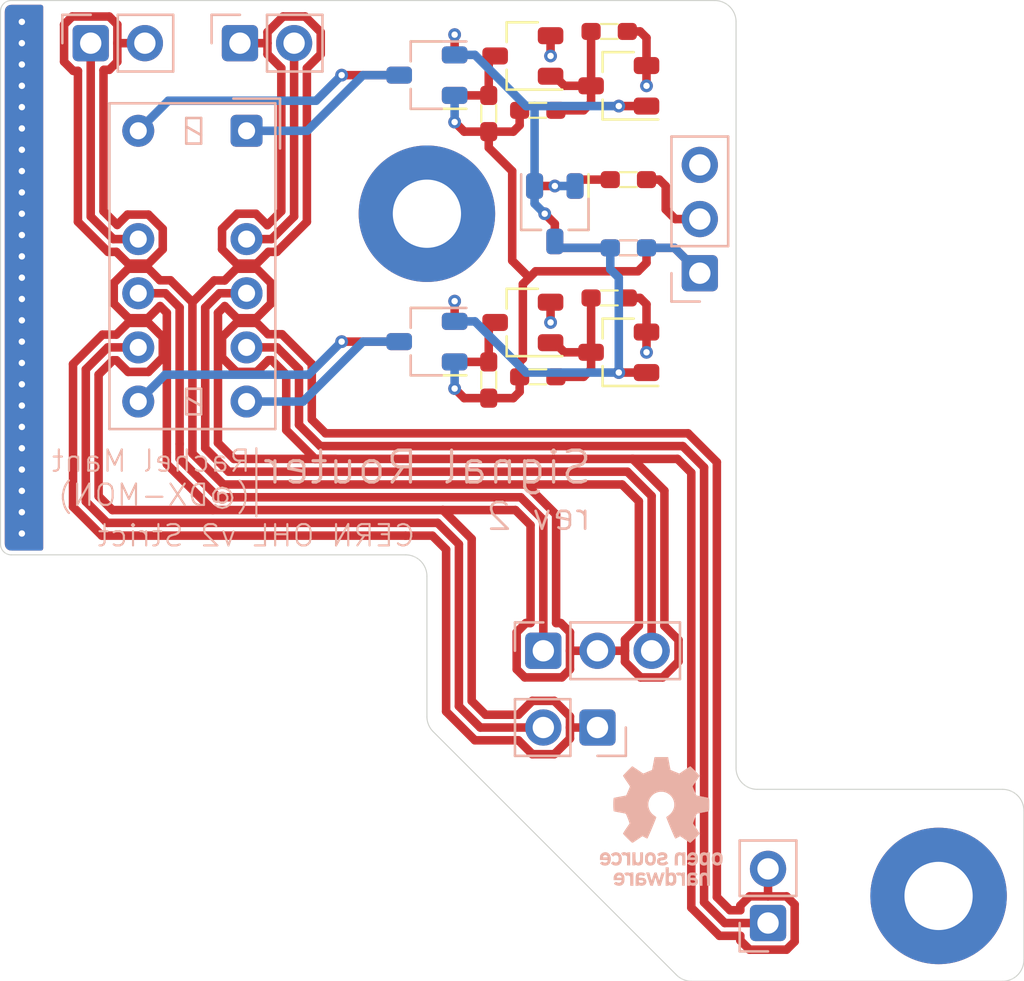
<source format=kicad_pcb>
(kicad_pcb (version 20221018) (generator pcbnew)
  (layers (0 "F.Cu" signal) (1 "In1.Cu" power) (2 "In2.Cu" signal) (31 "B.Cu" power) (34 "B.Paste" user) (35 "F.Paste" user) (36 "B.SilkS" user "B.Silkscreen") (37 "F.SilkS" user "F.Silkscreen") (38 "B.Mask" user) (39 "F.Mask" user) (44 "Edge.Cuts" user))
  (net 0 "")
  (net 1 "+12V")
  (net 2 "Net-(J1-Pad2)")
  (net 3 "Net-(K1-Pad12)")
  (net 4 "Net-(K1-Pad7)")
  (net 5 "Net-(K1-Pad6)")
  (net 6 "Net-(K1-Pad1)")
  (net 7 "/SET")
  (net 8 "Net-(C1-Pad1)")
  (net 9 "0V")
  (net 10 "Net-(Q3-Pad1)")
  (net 11 "/RESET")
  (net 12 "Net-(Q8-Pad1)")
  (net 13 "Net-(C2-Pad1)")
  (net 16 "Net-(Q2-Pad3)")
  (net 17 "GND")
  (net 18 "/EXT_R")
  (net 19 "/EXT_L")
  (net 20 "/INT_L")
  (net 21 "/PRE_R")
  (net 22 "/PRE_L")
  (net 23 "/INT_R")
  (footprint "rhais_package-smd:SOT-23" (layer "F.Cu") (at 126 102 -90)
    (fp_text reference "Q3")
    (fp_text value "DMN65D8L" hide)
    (pad "1" smd roundrect (at -1.3 -0.95 180) (size 0.8 1.2) (layers "F.Cu" "F.Paste" "F.Mask") (net 10 "Net-(Q3-Pad1)"))
    (pad "2" smd roundrect (at -1.3 0.95 180) (size 0.8 1.2) (layers "F.Cu" "F.Paste" "F.Mask") (net 9 "0V"))
    (pad "3" smd roundrect (at 1.3 0 180) (size 0.8 1.2) (layers "F.Cu" "F.Paste" "F.Mask") (net 7 "/SET"))
  )
  (footprint "MountingHole:MountingHole_3.2mm_M3_Pad" (layer "F.Cu") (at 144 134)
    (fp_text reference "H1" hide)
    (fp_text value "MountingHole_Pad" hide)
    (pad "1" thru_hole circle (at 0 0) (size 6.4 6.4) (drill 3.2) (layers "*.Cu" "*.Mask"))
  )
  (footprint "rhais_rcl:C0603" (layer "F.Cu") (at 128.55 105.95)
    (fp_text reference "C2")
    (fp_text value "500n" hide)
    (pad "1" smd roundrect (at -0.85 0) (size 0.9 0.8) (layers "F.Cu" "F.Paste" "F.Mask") (net 13 "Net-(C2-Pad1)"))
    (pad "2" smd roundrect (at 0.85 0) (size 0.9 0.8) (layers "F.Cu" "F.Paste" "F.Mask") (net 9 "0V"))
  )
  (footprint "rhais_package-smd:SOT-23" (layer "F.Cu") (at 129 108.5 180)
    (fp_text reference "Q10")
    (fp_text value "DMN65D8L" hide)
    (pad "1" smd roundrect (at -1.3 -0.95 90) (size 0.8 1.2) (layers "F.Cu" "F.Paste" "F.Mask") (net 11 "/RESET"))
    (pad "2" smd roundrect (at -1.3 0.95 90) (size 0.8 1.2) (layers "F.Cu" "F.Paste" "F.Mask") (net 9 "0V"))
    (pad "3" smd roundrect (at 1.3 0 90) (size 0.8 1.2) (layers "F.Cu" "F.Paste" "F.Mask") (net 13 "Net-(C2-Pad1)"))
  )
  (footprint "rhais_package-smd:SOT-23" (layer "F.Cu") (at 124.5 94.6 180)
    (fp_text reference "Q2")
    (fp_text value "DMN65D8L" hide)
    (pad "1" smd roundrect (at -1.3 -0.95 90) (size 0.8 1.2) (layers "F.Cu" "F.Paste" "F.Mask") (net 8 "Net-(C1-Pad1)"))
    (pad "2" smd roundrect (at -1.3 0.95 90) (size 0.8 1.2) (layers "F.Cu" "F.Paste" "F.Mask") (net 9 "0V"))
    (pad "3" smd roundrect (at 1.3 0 90) (size 0.8 1.2) (layers "F.Cu" "F.Paste" "F.Mask") (net 16 "Net-(Q2-Pad3)"))
  )
  (footprint "rhais_rcl:R0603" (layer "F.Cu") (at 129.45 100.4 180)
    (fp_text reference "R3")
    (fp_text value "10k" hide)
    (pad "1" smd roundrect (at -0.85 0 180) (size 0.9 0.8) (layers "F.Cu" "F.Paste" "F.Mask") (net 2 "Net-(J1-Pad2)"))
    (pad "2" smd roundrect (at 0.85 0 180) (size 0.9 0.8) (layers "F.Cu" "F.Paste" "F.Mask") (net 10 "Net-(Q3-Pad1)"))
  )
  (footprint "rhais_package-smd:SOT-23" (layer "F.Cu") (at 124.5 107.1 180)
    (fp_text reference "Q9")
    (fp_text value "DMN65D8L" hide)
    (pad "1" smd roundrect (at -1.3 -0.95 90) (size 0.8 1.2) (layers "F.Cu" "F.Paste" "F.Mask") (net 13 "Net-(C2-Pad1)"))
    (pad "2" smd roundrect (at -1.3 0.95 90) (size 0.8 1.2) (layers "F.Cu" "F.Paste" "F.Mask") (net 9 "0V"))
    (pad "3" smd roundrect (at 1.3 0 90) (size 0.8 1.2) (layers "F.Cu" "F.Paste" "F.Mask") (net 12 "Net-(Q8-Pad1)"))
  )
  (footprint "rhais_package-smd:SOT-23" (layer "F.Cu") (at 120 95.5 180)
    (fp_text reference "Q5")
    (fp_text value "DMN65D8L" hide)
    (pad "1" smd roundrect (at -1.3 -0.95 90) (size 0.8 1.2) (layers "F.Cu" "F.Paste" "F.Mask") (net 16 "Net-(Q2-Pad3)"))
    (pad "2" smd roundrect (at -1.3 0.95 90) (size 0.8 1.2) (layers "F.Cu" "F.Paste" "F.Mask") (net 9 "0V"))
    (pad "3" smd roundrect (at 1.3 0 90) (size 0.8 1.2) (layers "F.Cu" "F.Paste" "F.Mask") (net 3 "Net-(K1-Pad12)"))
  )
  (footprint "rhais_package-smd:SOT-23" (layer "F.Cu") (at 120 108 180)
    (fp_text reference "Q8")
    (fp_text value "DMN65D8L" hide)
    (pad "1" smd roundrect (at -1.3 -0.95 90) (size 0.8 1.2) (layers "F.Cu" "F.Paste" "F.Mask") (net 12 "Net-(Q8-Pad1)"))
    (pad "2" smd roundrect (at -1.3 0.95 90) (size 0.8 1.2) (layers "F.Cu" "F.Paste" "F.Mask") (net 9 "0V"))
    (pad "3" smd roundrect (at 1.3 0 90) (size 0.8 1.2) (layers "F.Cu" "F.Paste" "F.Mask") (net 4 "Net-(K1-Pad7)"))
  )
  (footprint "rhais_rcl:R0603" (layer "F.Cu") (at 129.45 103.6 180)
    (fp_text reference "R4")
    (fp_text value "120k" hide)
    (pad "1" smd roundrect (at -0.85 0 180) (size 0.9 0.8) (layers "F.Cu" "F.Paste" "F.Mask") (net 1 "+12V"))
    (pad "2" smd roundrect (at 0.85 0 180) (size 0.9 0.8) (layers "F.Cu" "F.Paste" "F.Mask") (net 7 "/SET"))
  )
  (footprint "rhais_rcl:R0603" (layer "F.Cu") (at 125.2 109.65)
    (fp_text reference "R7")
    (fp_text value "80k" hide)
    (pad "1" smd roundrect (at -0.85 0) (size 0.9 0.8) (layers "F.Cu" "F.Paste" "F.Mask") (net 1 "+12V"))
    (pad "2" smd roundrect (at 0.85 0) (size 0.9 0.8) (layers "F.Cu" "F.Paste" "F.Mask") (net 13 "Net-(C2-Pad1)"))
  )
  (footprint "rhais_rcl:C0603" (layer "F.Cu") (at 128.55 93.45)
    (fp_text reference "C1")
    (fp_text value "500n" hide)
    (pad "1" smd roundrect (at -0.85 0) (size 0.9 0.8) (layers "F.Cu" "F.Paste" "F.Mask") (net 8 "Net-(C1-Pad1)"))
    (pad "2" smd roundrect (at 0.85 0) (size 0.9 0.8) (layers "F.Cu" "F.Paste" "F.Mask") (net 9 "0V"))
  )
  (footprint "MountingHole:MountingHole_3.2mm_M3_Pad" (layer "F.Cu") (at 120 102)
    (fp_text reference "H2" hide)
    (fp_text value "MountingHole_Pad" hide)
    (pad "1" thru_hole circle (at 0 0) (size 6.4 6.4) (drill 3.2) (layers "*.Cu" "*.Mask"))
  )
  (footprint "rhais_rcl:R0603" (layer "F.Cu") (at 122.9 109.8 90)
    (fp_text reference "R6")
    (fp_text value "120k" hide)
    (pad "1" smd roundrect (at -0.85 0 90) (size 0.9 0.8) (layers "F.Cu" "F.Paste" "F.Mask") (net 1 "+12V"))
    (pad "2" smd roundrect (at 0.85 0 90) (size 0.9 0.8) (layers "F.Cu" "F.Paste" "F.Mask") (net 12 "Net-(Q8-Pad1)"))
  )
  (footprint "rhais_rcl:R0603" (layer "F.Cu") (at 125.2 97.15)
    (fp_text reference "R1")
    (fp_text value "80k" hide)
    (pad "1" smd roundrect (at -0.85 0) (size 0.9 0.8) (layers "F.Cu" "F.Paste" "F.Mask") (net 1 "+12V"))
    (pad "2" smd roundrect (at 0.85 0) (size 0.9 0.8) (layers "F.Cu" "F.Paste" "F.Mask") (net 8 "Net-(C1-Pad1)"))
  )
  (footprint "rhais_package-smd:SOT-23" (layer "F.Cu") (at 129 96 180)
    (fp_text reference "Q1")
    (fp_text value "DMN65D8L" hide)
    (pad "1" smd roundrect (at -1.3 -0.95 90) (size 0.8 1.2) (layers "F.Cu" "F.Paste" "F.Mask") (net 7 "/SET"))
    (pad "2" smd roundrect (at -1.3 0.95 90) (size 0.8 1.2) (layers "F.Cu" "F.Paste" "F.Mask") (net 9 "0V"))
    (pad "3" smd roundrect (at 1.3 0 90) (size 0.8 1.2) (layers "F.Cu" "F.Paste" "F.Mask") (net 8 "Net-(C1-Pad1)"))
  )
  (footprint "rhais_rcl:R0603" (layer "F.Cu") (at 122.9 97.3 90)
    (fp_text reference "R2")
    (fp_text value "120k" hide)
    (pad "1" smd roundrect (at -0.85 0 90) (size 0.9 0.8) (layers "F.Cu" "F.Paste" "F.Mask") (net 1 "+12V"))
    (pad "2" smd roundrect (at 0.85 0 90) (size 0.9 0.8) (layers "F.Cu" "F.Paste" "F.Mask") (net 16 "Net-(Q2-Pad3)"))
  )
  (footprint "rhais_connector-pinheader:PinHeader_1x02_P2.54mm_Vertical" (layer "B.Cu") (at 105.5 94 -90)
    (fp_text reference "J4")
    (fp_text value "INT_R" hide)
    (pad "1" thru_hole roundrect (at 0 1.27 270) (size 1.7 1.7) (drill 1) (layers "*.Cu" "*.Mask") (roundrect_rratio 0.1470588235) (net 23 "/INT_R"))
    (pad "2" thru_hole oval (at 0 -1.27 270) (size 1.7 1.7) (drill 1) (layers "*.Cu" "*.Mask") (net 17 "GND"))
  )
  (footprint "rhais_relay:Relay_DPDT_Kemet_EC2_DoubleCoil" (layer "B.Cu") (at 109 104.46 180)
    (fp_text reference "K1")
    (fp_text value "EC2-12TNU" hide)
    (pad "1" thru_hole roundrect (at -2.54 6.35 180) (size 1.5 1.5) (drill 0.8) (layers "*.Cu" "*.Mask") (roundrect_rratio 0.167) (net 6 "Net-(K1-Pad1)"))
    (pad "3" thru_hole circle (at -2.54 1.27 180) (size 1.5 1.5) (drill 0.8) (layers "*.Cu" "*.Mask") (net 20 "/INT_L"))
    (pad "4" thru_hole circle (at -2.54 -1.27 180) (size 1.5 1.5) (drill 0.8) (layers "*.Cu" "*.Mask") (net 22 "/PRE_L"))
    (pad "5" thru_hole circle (at -2.54 -3.81 180) (size 1.5 1.5) (drill 0.8) (layers "*.Cu" "*.Mask") (net 19 "/EXT_L"))
    (pad "6" thru_hole circle (at -2.54 -6.35 180) (size 1.5 1.5) (drill 0.8) (layers "*.Cu" "*.Mask") (net 5 "Net-(K1-Pad6)"))
    (pad "7" thru_hole circle (at 2.54 -6.35 180) (size 1.5 1.5) (drill 0.8) (layers "*.Cu" "*.Mask") (net 4 "Net-(K1-Pad7)"))
    (pad "8" thru_hole circle (at 2.54 -3.81 180) (size 1.5 1.5) (drill 0.8) (layers "*.Cu" "*.Mask") (net 18 "/EXT_R"))
    (pad "9" thru_hole circle (at 2.54 -1.27 180) (size 1.5 1.5) (drill 0.8) (layers "*.Cu" "*.Mask") (net 21 "/PRE_R"))
    (pad "10" thru_hole circle (at 2.54 1.27 180) (size 1.5 1.5) (drill 0.8) (layers "*.Cu" "*.Mask") (net 23 "/INT_R"))
    (pad "12" thru_hole circle (at 2.54 6.35 180) (size 1.5 1.5) (drill 0.8) (layers "*.Cu" "*.Mask") (net 3 "Net-(K1-Pad12)"))
  )
  (footprint "rhais_rcl:R0603" (layer "B.Cu") (at 129.45 103.6 180)
    (fp_text reference "R5")
    (fp_text value "120k" hide)
    (pad "1" smd roundrect (at -0.85 0 180) (size 0.9 0.8) (layers "B.Cu" "B.Paste" "B.Mask") (net 1 "+12V"))
    (pad "2" smd roundrect (at 0.85 0 180) (size 0.9 0.8) (layers "B.Cu" "B.Paste" "B.Mask") (net 11 "/RESET"))
  )
  (footprint "rhais_connector-pinheader:PinHeader_1x02_P2.54mm_Vertical" (layer "B.Cu") (at 136 134)
    (fp_text reference "J3")
    (fp_text value "EXT_L" hide)
    (pad "1" thru_hole roundrect (at 0 1.27) (size 1.7 1.7) (drill 1) (layers "*.Cu" "*.Mask") (roundrect_rratio 0.1470588235) (net 19 "/EXT_L"))
    (pad "2" thru_hole oval (at 0 -1.27) (size 1.7 1.7) (drill 1) (layers "*.Cu" "*.Mask") (net 17 "GND"))
  )
  (footprint "rhais_package-smd:SOT-23" (layer "B.Cu") (at 120 108 180)
    (fp_text reference "Q7")
    (fp_text value "DMP32D4S" hide)
    (pad "1" smd roundrect (at -1.3 0.95 270) (size 0.8 1.2) (layers "B.Cu" "B.Paste" "B.Mask") (net 11 "/RESET"))
    (pad "2" smd roundrect (at -1.3 -0.95 270) (size 0.8 1.2) (layers "B.Cu" "B.Paste" "B.Mask") (net 1 "+12V"))
    (pad "3" smd roundrect (at 1.3 0 270) (size 0.8 1.2) (layers "B.Cu" "B.Paste" "B.Mask") (net 5 "Net-(K1-Pad6)"))
  )
  (footprint "Symbol:OSHW-Logo_5.7x6mm_SilkScreen" (layer "B.Cu") (at 131 130.5 180)
    (fp_text reference "REF**" hide)
    (fp_text value "OSHW-Logo_5.7x6mm_SilkScreen" hide)
  )
  (footprint "rhais_connector-pinheader:PinHeader_1x03_P2.54mm_Vertical" (layer "B.Cu") (at 128 122.5 -90)
    (fp_text reference "J6")
    (fp_text value "Preamp" hide)
    (pad "1" thru_hole roundrect (at 0 2.54 270) (size 1.7 1.7) (drill 1) (layers "*.Cu" "*.Mask") (roundrect_rratio 0.1470588235) (net 21 "/PRE_R"))
    (pad "2" thru_hole oval (at 0 0 270) (size 1.7 1.7) (drill 1) (layers "*.Cu" "*.Mask") (net 17 "GND"))
    (pad "3" thru_hole oval (at 0 -2.54 270) (size 1.7 1.7) (drill 1) (layers "*.Cu" "*.Mask") (net 22 "/PRE_L"))
  )
  (footprint "rhais_connector-pinheader:PinHeader_1x02_P2.54mm_Vertical" (layer "B.Cu") (at 112.5 94 -90)
    (fp_text reference "J5")
    (fp_text value "INT_L" hide)
    (pad "1" thru_hole roundrect (at 0 1.27 270) (size 1.7 1.7) (drill 1) (layers "*.Cu" "*.Mask") (roundrect_rratio 0.1470588235) (net 17 "GND"))
    (pad "2" thru_hole oval (at 0 -1.27 270) (size 1.7 1.7) (drill 1) (layers "*.Cu" "*.Mask") (net 20 "/INT_L"))
  )
  (footprint "rhais_package-smd:SOT-23" (layer "B.Cu") (at 126 102 -90)
    (fp_text reference "Q6")
    (fp_text value "DMN65D8L" hide)
    (pad "1" smd roundrect (at -1.3 0.95) (size 0.8 1.2) (layers "B.Cu" "B.Paste" "B.Mask") (net 7 "/SET"))
    (pad "2" smd roundrect (at -1.3 -0.95) (size 0.8 1.2) (layers "B.Cu" "B.Paste" "B.Mask") (net 9 "0V"))
    (pad "3" smd roundrect (at 1.3 0) (size 0.8 1.2) (layers "B.Cu" "B.Paste" "B.Mask") (net 11 "/RESET"))
  )
  (footprint "rhais_package-smd:SOT-23" (layer "B.Cu") (at 120 95.5 180)
    (fp_text reference "Q4")
    (fp_text value "DMP32D4S" hide)
    (pad "1" smd roundrect (at -1.3 0.95 270) (size 0.8 1.2) (layers "B.Cu" "B.Paste" "B.Mask") (net 7 "/SET"))
    (pad "2" smd roundrect (at -1.3 -0.95 270) (size 0.8 1.2) (layers "B.Cu" "B.Paste" "B.Mask") (net 1 "+12V"))
    (pad "3" smd roundrect (at 1.3 0 270) (size 0.8 1.2) (layers "B.Cu" "B.Paste" "B.Mask") (net 6 "Net-(K1-Pad1)"))
  )
  (footprint "rhais_connector-pinheader:PinHeader_1x02_P2.54mm_Vertical" (layer "B.Cu") (at 126.73 126.1 90)
    (fp_text reference "J2")
    (fp_text value "EXT_R" hide)
    (pad "1" thru_hole roundrect (at 0 1.27 90) (size 1.7 1.7) (drill 1) (layers "*.Cu" "*.Mask") (roundrect_rratio 0.1470588235) (net 17 "GND"))
    (pad "2" thru_hole oval (at 0 -1.27 90) (size 1.7 1.7) (drill 1) (layers "*.Cu" "*.Mask") (net 18 "/EXT_R"))
  )
  (footprint "rhais_connector-pinheader:PinHeader_1x03_P2.54mm_Vertical" (layer "B.Cu") (at 132.8 102.25)
    (fp_text reference "J1")
    (fp_text value "Src Control" hide)
    (pad "1" thru_hole roundrect (at 0 2.54) (size 1.7 1.7) (drill 1) (layers "*.Cu" "*.Mask") (roundrect_rratio 0.1470588235) (net 1 "+12V"))
    (pad "2" thru_hole oval (at 0 0) (size 1.7 1.7) (drill 1) (layers "*.Cu" "*.Mask") (net 2 "Net-(J1-Pad2)"))
    (pad "3" thru_hole oval (at 0 -2.54) (size 1.7 1.7) (drill 1) (layers "*.Cu" "*.Mask") (net 9 "0V"))
  )
  (gr_line (start 112 113) (end 112 116.2) (stroke (width 0.1)) (layer "B.SilkS"))
  (gr_arc (start 100.5 118) (mid 100.146447 117.853553) (end 100 117.5) (stroke (width 0.05)) (layer "Edge.Cuts"))
  (gr_line (start 147 129) (end 135.5 129) (stroke (width 0.05)) (layer "Edge.Cuts"))
  (gr_arc (start 132.4 138) (mid 132.020367 137.919143) (end 131.7 137.7) (stroke (width 0.05)) (layer "Edge.Cuts"))
  (gr_line (start 100 92.5) (end 100 117.5) (stroke (width 0.05)) (layer "Edge.Cuts"))
  (gr_arc (start 148 137) (mid 147.707107 137.707107) (end 147 138) (stroke (width 0.05)) (layer "Edge.Cuts"))
  (gr_line (start 100.5 118) (end 119 118) (stroke (width 0.05)) (layer "Edge.Cuts"))
  (gr_line (start 134.5 128) (end 134.5 93) (stroke (width 0.05)) (layer "Edge.Cuts"))
  (gr_arc (start 119 118) (mid 119.707107 118.292893) (end 120 119) (stroke (width 0.05)) (layer "Edge.Cuts"))
  (gr_line (start 148 137) (end 148 130) (stroke (width 0.05)) (layer "Edge.Cuts"))
  (gr_line (start 147 138) (end 132.4 138) (stroke (width 0.05)) (layer "Edge.Cuts"))
  (gr_arc (start 120.3 126.3) (mid 120.080857 125.979633) (end 120 125.6) (stroke (width 0.05)) (layer "Edge.Cuts"))
  (gr_arc (start 147 129) (mid 147.707107 129.292893) (end 148 130) (stroke (width 0.05)) (layer "Edge.Cuts"))
  (gr_arc (start 100 92.5) (mid 100.146447 92.146447) (end 100.5 92) (stroke (width 0.05)) (layer "Edge.Cuts"))
  (gr_line (start 133.5 92) (end 100.5 92) (stroke (width 0.05)) (layer "Edge.Cuts"))
  (gr_arc (start 135.5 129) (mid 134.792893 128.707107) (end 134.5 128) (stroke (width 0.05)) (layer "Edge.Cuts"))
  (gr_arc (start 133.5 92) (mid 134.207107 92.292893) (end 134.5 93) (stroke (width 0.05)) (layer "Edge.Cuts"))
  (gr_line (start 120 119) (end 120 125.6) (stroke (width 0.05)) (layer "Edge.Cuts"))
  (gr_line (start 120.3 126.3) (end 131.7 137.7) (stroke (width 0.05)) (layer "Edge.Cuts"))
  (gr_text "CERN OHL v2 Strict" (at 112 117.1) (layer "B.SilkS") (effects (font (size 1 1) (thickness 0.1)) (justify mirror)))
  (gr_text "Signal Router" (at 112.2 113.9) (layer "B.SilkS") (effects (font (size 1.5 1.5)) (justify right mirror)))
  (gr_text "Rachel Mant" (at 111.8 113.6) (layer "B.SilkS") (effects (font (size 1 1) (thickness 0.1)) (justify left mirror)))
  (gr_text "(@DX-MON)" (at 111.8 115.2) (layer "B.SilkS") (effects (font (size 1 1) (thickness 0.1)) (justify left mirror)))
  (gr_text "rev 2" (at 127.8 116.2) (layer "B.SilkS") (effects (font (size 1.25 1.25) (thickness 0.125)) (justify left mirror)))
  (segment (start 121.75 110.65) (end 121.3 110.2) (width 0.4) (layer "F.Cu") (net 1))
  (segment (start 124.5 105.3) (end 124.5 108.8) (width 0.4) (layer "F.Cu") (net 1))
  (segment (start 122.9 110.65) (end 124.05 110.65) (width 0.4) (layer "F.Cu") (net 1))
  (segment (start 124.35 109.65) (end 124.35 110.35) (width 0.4) (layer "F.Cu") (net 1))
  (segment (start 124.5 108.8) (end 124.35 108.95) (width 0.4) (layer "F.Cu") (net 1))
  (segment (start 124.35 97.85) (end 124.05 98.15) (width 0.4) (layer "F.Cu") (net 1))
  (segment (start 131.61 103.6) (end 132.8 104.79) (width 0.4) (layer "F.Cu") (net 1))
  (segment (start 122.9 98.15) (end 121.75 98.15) (width 0.4) (layer "F.Cu") (net 1))
  (segment (start 122.9 110.65) (end 121.75 110.65) (width 0.4) (layer "F.Cu") (net 1))
  (segment (start 130.3 103.6) (end 131.61 103.6) (width 0.4) (layer "F.Cu") (net 1))
  (segment (start 124.05 98.15) (end 122.9 98.15) (width 0.4) (layer "F.Cu") (net 1))
  (segment (start 124.05 110.65) (end 124.35 110.35) (width 0.4) (layer "F.Cu") (net 1))
  (segment (start 124.35 97.15) (end 124.35 97.85) (width 0.4) (layer "F.Cu") (net 1))
  (segment (start 122.9 98.9) (end 124 100) (width 0.4) (layer "F.Cu") (net 1))
  (segment (start 130.3 104.3) (end 129.9 104.7) (width 0.4) (layer "F.Cu") (net 1))
  (segment (start 124.8 105) (end 124.5 105.3) (width 0.4) (layer "F.Cu") (net 1))
  (segment (start 129.9 104.7) (end 125.1 104.7) (width 0.4) (layer "F.Cu") (net 1))
  (segment (start 124.35 108.95) (end 124.35 109.65) (width 0.4) (layer "F.Cu") (net 1))
  (segment (start 124 104.2) (end 124.8 105) (width 0.4) (layer "F.Cu") (net 1))
  (segment (start 122.9 98.15) (end 122.9 98.9) (width 0.4) (layer "F.Cu") (net 1))
  (segment (start 125.1 104.7) (end 124.8 105) (width 0.4) (layer "F.Cu") (net 1))
  (segment (start 130.3 103.6) (end 130.3 104.3) (width 0.4) (layer "F.Cu") (net 1))
  (segment (start 121.75 98.15) (end 121.3 97.7) (width 0.4) (layer "F.Cu") (net 1))
  (segment (start 124 100) (end 124 104.2) (width 0.4) (layer "F.Cu") (net 1))
  (via (at 121.3 110.2) (size 0.6) (drill 0.3) (layers "F.Cu" "B.Cu") (net 1))
  (via (at 121.3 97.7) (size 0.6) (drill 0.3) (layers "F.Cu" "B.Cu") (net 1))
  (segment (start 121.3 96.45) (end 121.3 97.7) (width 0.4) (layer "B.Cu") (net 1))
  (segment (start 121.3 108.95) (end 121.3 110.2) (width 0.4) (layer "B.Cu") (net 1))
  (segment (start 130.3 103.6) (end 131.61 103.6) (width 0.4) (layer "B.Cu") (net 1))
  (segment (start 131.61 103.6) (end 132.8 104.79) (width 0.4) (layer "B.Cu") (net 1))
  (segment (start 130.9 100.4) (end 130.3 100.4) (width 0.4) (layer "F.Cu") (net 2))
  (segment (start 132.8 102.25) (end 131.65 102.25) (width 0.4) (layer "F.Cu") (net 2))
  (segment (start 131.2 101.8) (end 131.2 100.7) (width 0.4) (layer "F.Cu") (net 2))
  (segment (start 131.65 102.25) (end 131.2 101.8) (width 0.4) (layer "F.Cu") (net 2))
  (segment (start 131.2 100.7) (end 130.9 100.4) (width 0.4) (layer "F.Cu") (net 2))
  (segment (start 118.7 95.5) (end 116 95.5) (width 0.4) (layer "F.Cu") (net 3))
  (via (at 116 95.5) (size 0.6) (drill 0.3) (layers "F.Cu" "B.Cu") (net 3))
  (segment (start 114.8 96.7) (end 116 95.5) (width 0.4) (layer "B.Cu") (net 3))
  (segment (start 107.87 96.7) (end 114.8 96.7) (width 0.4) (layer "B.Cu") (net 3))
  (segment (start 106.46 98.11) (end 107.87 96.7) (width 0.4) (layer "B.Cu") (net 3))
  (segment (start 118.7 108) (end 116 108) (width 0.4) (layer "F.Cu") (net 4))
  (via (at 116 108) (size 0.6) (drill 0.3) (layers "F.Cu" "B.Cu") (net 4))
  (segment (start 116 108) (end 114.45 109.55) (width 0.4) (layer "B.Cu") (net 4))
  (segment (start 114.45 109.55) (end 107.72 109.55) (width 0.4) (layer "B.Cu") (net 4))
  (segment (start 107.72 109.55) (end 106.46 110.81) (width 0.4) (layer "B.Cu") (net 4))
  (segment (start 118.7 108) (end 117 108) (width 0.4) (layer "B.Cu") (net 5))
  (segment (start 114.19 110.81) (end 111.54 110.81) (width 0.4) (layer "B.Cu") (net 5))
  (segment (start 117 108) (end 114.19 110.81) (width 0.4) (layer "B.Cu") (net 5))
  (segment (start 114.39 98.11) (end 117 95.5) (width 0.4) (layer "B.Cu") (net 6))
  (segment (start 111.54 98.11) (end 114.39 98.11) (width 0.4) (layer "B.Cu") (net 6))
  (segment (start 117 95.5) (end 118.7 95.5) (width 0.4) (layer "B.Cu") (net 6))
  (segment (start 126.3 103.6) (end 126 103.3) (width 0.4) (layer "F.Cu") (net 7))
  (segment (start 126 102.475) (end 125.525 102) (width 0.4) (layer "F.Cu") (net 7))
  (segment (start 126 103.3) (end 126 102.475) (width 0.4) (layer "F.Cu") (net 7))
  (segment (start 130.3 96.95) (end 129 96.95) (width 0.4) (layer "F.Cu") (net 7))
  (segment (start 128.6 103.6) (end 126.3 103.6) (width 0.4) (layer "F.Cu") (net 7))
  (via (at 125.525 102) (size 0.6) (drill 0.3) (layers "F.Cu" "B.Cu") (net 7))
  (via (at 129 96.95) (size 0.6) (drill 0.3) (layers "F.Cu" "B.Cu") (net 7))
  (segment (start 125.05 96.95) (end 129 96.95) (width 0.4) (layer "B.Cu") (net 7))
  (segment (start 124.65 96.95) (end 125.05 96.95) (width 0.4) (layer "B.Cu") (net 7))
  (segment (start 125.05 100.7) (end 125.05 101.525) (width 0.4) (layer "B.Cu") (net 7))
  (segment (start 121.3 94.55) (end 122.25 94.55) (width 0.4) (layer "B.Cu") (net 7))
  (segment (start 125.05 100.7) (end 125.05 96.95) (width 0.4) (layer "B.Cu") (net 7))
  (segment (start 125.05 101.525) (end 125.525 102) (width 0.4) (layer "B.Cu") (net 7))
  (segment (start 122.25 94.55) (end 124.65 96.95) (width 0.4) (layer "B.Cu") (net 7))
  (segment (start 126 95.55) (end 126.45 96) (width 0.4) (layer "F.Cu") (net 8))
  (segment (start 126.45 96) (end 127.7 96) (width 0.4) (layer "F.Cu") (net 8))
  (segment (start 125.8 95.55) (end 126 95.55) (width 0.4) (layer "F.Cu") (net 8))
  (segment (start 127.7 93.45) (end 127.7 96) (width 0.4) (layer "F.Cu") (net 8))
  (segment (start 126.05 97.15) (end 127.35 97.15) (width 0.4) (layer "F.Cu") (net 8))
  (segment (start 127.7 96.8) (end 127.7 96) (width 0.4) (layer "F.Cu") (net 8))
  (segment (start 127.35 97.15) (end 127.7 96.8) (width 0.4) (layer "F.Cu") (net 8))
  (segment (start 121.3 107.05) (end 121.3 106.1) (width 0.4) (layer "F.Cu") (net 9))
  (segment (start 125.8 93.65) (end 125.8 94.6) (width 0.4) (layer "F.Cu") (net 9))
  (segment (start 130.3 107.55) (end 130.3 108.5) (width 0.4) (layer "F.Cu") (net 9))
  (segment (start 130.3 107.55) (end 130.3 106.25) (width 0.4) (layer "F.Cu") (net 9))
  (segment (start 125.05 100.7) (end 126 100.7) (width 0.4) (layer "F.Cu") (net 9))
  (segment (start 129.4 105.95) (end 130 105.95) (width 0.4) (layer "F.Cu") (net 9))
  (segment (start 129.4 93.45) (end 130 93.45) (width 0.4) (layer "F.Cu") (net 9))
  (segment (start 121.3 94.55) (end 121.3 93.6) (width 0.4) (layer "F.Cu") (net 9))
  (segment (start 130.3 106.25) (end 130 105.95) (width 0.4) (layer "F.Cu") (net 9))
  (segment (start 130.3 95.05) (end 130.3 93.75) (width 0.4) (layer "F.Cu") (net 9))
  (segment (start 130.3 93.75) (end 130 93.45) (width 0.4) (layer "F.Cu") (net 9))
  (segment (start 130.3 95.05) (end 130.3 96) (width 0.4) (layer "F.Cu") (net 9))
  (segment (start 125.8 106.15) (end 125.8 107.1) (width 0.4) (layer "F.Cu") (net 9))
  (via (at 121.3 106.1) (size 0.6) (drill 0.3) (layers "F.Cu" "B.Cu") (net 9))
  (via (at 121.3 93.6) (size 0.6) (drill 0.3) (layers "F.Cu" "B.Cu") (net 9))
  (via (at 130.3 108.5) (size 0.6) (drill 0.3) (layers "F.Cu" "B.Cu") (net 9))
  (via (at 130.3 96) (size 0.6) (drill 0.3) (layers "F.Cu" "B.Cu") (net 9))
  (via (at 125.8 107.1) (size 0.6) (drill 0.3) (layers "F.Cu" "B.Cu") (net 9))
  (via (at 126 100.7) (size 0.6) (drill 0.3) (layers "F.Cu" "B.Cu") (net 9))
  (via (at 125.8 94.6) (size 0.6) (drill 0.3) (layers "F.Cu" "B.Cu") (net 9))
  (segment (start 126 100.7) (end 126.95 100.7) (width 0.4) (layer "B.Cu") (net 9))
  (segment (start 128.6 100.4) (end 127.25 100.4) (width 0.4) (layer "F.Cu") (net 10))
  (segment (start 127.25 100.4) (end 126.95 100.7) (width 0.4) (layer "F.Cu") (net 10))
  (segment (start 130.3 109.45) (end 129 109.45) (width 0.4) (layer "F.Cu") (net 11))
  (via (at 129 109.45) (size 0.6) (drill 0.3) (layers "F.Cu" "B.Cu") (net 11))
  (segment (start 124.65 109.45) (end 129 109.45) (width 0.4) (layer "B.Cu") (net 11))
  (segment (start 126.3 103.6) (end 126 103.3) (width 0.4) (layer "B.Cu") (net 11))
  (segment (start 128.6 103.6) (end 126.3 103.6) (width 0.4) (layer "B.Cu") (net 11))
  (segment (start 128.6 104.6) (end 129 105) (width 0.4) (layer "B.Cu") (net 11))
  (segment (start 121.3 107.05) (end 122.25 107.05) (width 0.4) (layer "B.Cu") (net 11))
  (segment (start 122.25 107.05) (end 124.65 109.45) (width 0.4) (layer "B.Cu") (net 11))
  (segment (start 128.6 103.6) (end 128.6 104.6) (width 0.4) (layer "B.Cu") (net 11))
  (segment (start 129 105) (end 129 109.45) (width 0.4) (layer "B.Cu") (net 11))
  (segment (start 122.9 108.95) (end 122.9 107.4) (width 0.4) (layer "F.Cu") (net 12))
  (segment (start 121.3 108.95) (end 122.9 108.95) (width 0.4) (layer "F.Cu") (net 12))
  (segment (start 122.9 107.4) (end 123.2 107.1) (width 0.4) (layer "F.Cu") (net 12))
  (segment (start 126.05 109.65) (end 127.35 109.65) (width 0.4) (layer "F.Cu") (net 13))
  (segment (start 127.7 105.95) (end 127.7 108.5) (width 0.4) (layer "F.Cu") (net 13))
  (segment (start 126 108.05) (end 126.45 108.5) (width 0.4) (layer "F.Cu") (net 13))
  (segment (start 125.8 108.05) (end 126 108.05) (width 0.4) (layer "F.Cu") (net 13))
  (segment (start 127.7 109.3) (end 127.7 108.5) (width 0.4) (layer "F.Cu") (net 13))
  (segment (start 127.35 109.65) (end 127.7 109.3) (width 0.4) (layer "F.Cu") (net 13))
  (segment (start 126.45 108.5) (end 127.7 108.5) (width 0.4) (layer "F.Cu") (net 13))
  (segment (start 122.9 94.9) (end 123.2 94.6) (width 0.4) (layer "F.Cu") (net 16))
  (segment (start 121.3 96.45) (end 122.9 96.45) (width 0.4) (layer "F.Cu") (net 16))
  (segment (start 122.9 96.45) (end 122.9 94.9) (width 0.4) (layer "F.Cu") (net 16))
  (segment (start 107.477828 105.122173) (end 107.970502 105.122173) (width 0.4) (layer "F.Cu") (net 17))
  (segment (start 134.7 134.451441) (end 135.130961 134.02048) (width 0.4) (layer "F.Cu") (net 17))
  (segment (start 106.936144 109.419511) (end 107.609511 108.746144) (width 0.4) (layer "F.Cu") (net 17))
  (segment (start 114.59952 111.65167) (end 115.24833 112.30048) (width 0.4) (layer "F.Cu") (net 17))
  (segment (start 131.75263 113.50048) (end 129.64833 113.50048) (width 0.4) (layer "F.Cu") (net 17))
  (segment (start 124.86048 121.2) (end 124.641441 121.2) (width 0.4) (layer "F.Cu") (net 17))
  (segment (start 107.609511 108.746144) (end 107.609511 107.793856) (width 0.4) (layer "F.Cu") (net 17))
  (segment (start 110.19952 106.64833) (end 110.516098 106.331752) (width 0.4) (layer "F.Cu") (net 17))
  (segment (start 105.959511 102.040489) (end 106.936144 102.040489) (width 0.4) (layer "F.Cu") (net 17))
  (segment (start 124.292444 125.50048) (end 122.74833 125.50048) (width 0.4) (layer "F.Cu") (net 17))
  (segment (start 102.98048 94.869039) (end 102.98048 93.130961) (width 0.4) (layer "F.Cu") (net 17))
  (segment (start 112.72167 108.86952) (end 112.566135 108.86952) (width 0.4) (layer "F.Cu") (net 17))
  (segment (start 107.80096 113.74451) (end 109.95645 115.9) (width 0.4) (layer "F.Cu") (net 17))
  (segment (start 114.75263 113.50048) (end 113.40048 112.148329) (width 0.4) (layer "F.Cu") (net 17))
  (segment (start 129.290489 123.017565) (end 130.022435 123.749511) (width 0.4) (layer "F.Cu") (net 17))
  (segment (start 110.390489 108.746144) (end 110.390489 107.793856) (width 0.4) (layer "F.Cu") (net 17))
  (segment (start 129.94048 115.48833) (end 129.15263 114.70048) (width 0.4) (layer "F.Cu") (net 17))
  (segment (start 124.21048 123.369039) (end 124.590961 123.74952) (width 0.4) (layer "F.Cu") (net 17))
  (segment (start 120.74785 115.9) (end 105.24785 115.9) (width 0.4) (layer "F.Cu") (net 17))
  (segment (start 134.7 135.86952) (end 133.721671 135.86952) (width 0.4) (layer "F.Cu") (net 17))
  (segment (start 111.995655 106.9) (end 112.689511 106.206144) (width 0.4) (layer "F.Cu") (net 17))
  (segment (start 120.90048 117.74833) (end 120.90048 125.348329) (width 0.4) (layer "F.Cu") (net 17))
  (segment (start 107.609511 103.666144) (end 106.936144 104.339511) (width 0.4) (layer "F.Cu") (net 17))
  (segment (start 107.970502 105.122173) (end 109 106.151671) (width 0.4) (layer "F.Cu") (net 17))
  (segment (start 106.004345 106.9) (end 105.310489 106.206144) (width 0.4) (layer "F.Cu") (net 17))
  (segment (start 124.64833 114.70048) (end 124.99952 115.051671) (width 0.4) (layer "F.Cu") (net 17))
  (segment (start 106.936144 104.580489) (end 107.477828 105.122173) (width 0.4) (layer "F.Cu") (net 17))
  (segment (start 107.80096 106.64833) (end 107.484142 106.331512) (width 0.4) (layer "F.Cu") (net 17))
  (segment (start 112.520489 94.517565) (end 113.17048 95.167556) (width 0.4) (layer "F.Cu") (net 17))
  (segment (start 106.936144 107.120489) (end 105.983856 107.120489) (width 0.4) (layer "F.Cu") (net 17))
  (segment (start 104.82952 101.88167) (end 105.473925 102.526075) (width 0.4) (layer "F.Cu") (net 17))
  (segment (start 115.70048 113.50048) (end 114.75263 113.50048) (width 0.4) (layer "F.Cu") (net 17))
  (segment (start 107.609511 107.793856) (end 106.936144 107.120489) (width 0.4) (layer "F.Cu") (net 17))
  (segment (start 126.70952 121.630961) (end 126.70952 122.5) (width 0.4) (layer "F.Cu") (net 17))
  (segment (start 103.63048 102.378329) (end 103.63048 95.3) (width 0.4) (layer "F.Cu") (net 17))
  (segment (start 106.936144 102.040489) (end 107.609511 102.713856) (width 0.4) (layer "F.Cu") (net 17))
  (segment (start 129.290489 121.982435) (end 129.94048 121.332444) (width 0.4) (layer "F.Cu") (net 17))
  (segment (start 129.290489 122.5) (end 129.290489 123.017565) (width 0.4) (layer "F.Cu") (net 17))
  (segment (start 102.98048 93.130961) (end 103.360961 92.75048) (width 0.4) (layer "F.Cu") (net 17))
  (segment (start 134.21833 134.67048) (end 134.7 134.67048) (width 0.4) (layer "F.Cu") (net 17))
  (segment (start 113.252435 92.750489) (end 112.520489 93.482435) (width 0.4) (layer "F.Cu") (net 17))
  (segment (start 136 134.02048) (end 136 132.73) (width 0.4) (layer "F.Cu") (net 17))
  (segment (start 112.520489 94) (end 112.520489 94.517565) (width 0.4) (layer "F.Cu") (net 17))
  (segment (start 114.36952 95.167556) (end 115.019511 94.517565) (width 0.4) (layer "F.Cu") (net 17))
  (segment (start 112.95833 103.78952) (end 114.36952 102.37833) (width 0.4) (layer "F.Cu") (net 17))
  (segment (start 104.82952 95.27048) (end 104.82952 101.88167) (width 0.4) (layer "F.Cu") (net 17))
  (segment (start 126.278559 121.2) (end 126.70952 121.630961) (width 0.4) (layer "F.Cu") (net 17))
  (segment (start 120.90048 125.348329) (end 122.251671 126.69952) (width 0.4) (layer "F.Cu") (net 17))
  (segment (start 110.19952 112.75167) (end 110.19952 106.64833) (width 0.4) (layer "F.Cu") (net 17))
  (segment (start 103.411441 95.3) (end 102.98048 94.869039) (width 0.4) (layer "F.Cu") (net 17))
  (segment (start 105.24785 115.9) (end 104.59952 115.25167) (width 0.4) (layer "F.Cu") (net 17))
  (segment (start 105.433865 103.78952) (end 105.04167 103.78952) (width 0.4) (layer "F.Cu") (net 17))
  (segment (start 105.47952 94) (end 105.47952 94.869039) (width 0.4) (layer "F.Cu") (net 17))
  (segment (start 130.022435 123.749511) (end 131.057565 123.749511) (width 0.4) (layer "F.Cu") (net 17))
  (segment (start 118.99952 117.09952) (end 119 117.1) (width 0.4) (layer "F.Cu") (net 17))
  (segment (start 110.45263 114.70048) (end 124.64833 114.70048) (width 0.4) (layer "F.Cu") (net 17))
  (segment (start 131.13952 114.99167) (end 129.64833 113.50048) (width 0.4) (layer "F.Cu") (net 17))
  (segment (start 107.609511 102.713856) (end 107.609511 103.666144) (width 0.4) (layer "F.Cu") (net 17))
  (segment (start 122.74833 125.50048) (end 122.09952 124.85167) (width 0.4) (layer "F.Cu") (net 17))
  (segment (start 105.310489 105.253856) (end 105.983856 104.580489) (width 0.4) (layer "F.Cu") (net 17))
  (segment (start 129.64833 113.50048) (end 115.70048 113.50048) (width 0.4) (layer "F.Cu") (net 17))
  (segment (start 112.689511 105.253856) (end 112.016144 104.580489) (width 0.4) (layer "F.Cu") (net 17))
  (segment (start 109 113.24785) (end 110.45263 114.70048) (width 0.4) (layer "F.Cu") (net 17))
  (segment (start 137.24952 136.139039) (end 136.869039 136.51952) (width 0.4) (layer "F.Cu") (net 17))
  (segment (start 104.85048 95.24952) (end 104.82952 95.27048) (width 0.4) (layer "F.Cu") (net 17))
  (segment (start 124.86048 116.60833) (end 124.86048 121.2) (width 0.4) (layer "F.Cu") (net 17))
  (segment (start 115.019511 94.517565) (end 115.019511 93.482435) (width 0.4) (layer "F.Cu") (net 17))
  (segment (start 136.869039 136.51952) (end 135.130961 136.51952) (width 0.4) (layer "F.Cu") (net 17))
  (segment (start 111.063856 104.339511) (end 112.016144 104.339511) (width 0.4) (layer "F.Cu") (net 17))
  (segment (start 131.13952 121.332444) (end 131.13952 114.99167) (width 0.4) (layer "F.Cu") (net 17))
  (segment (start 112.689511 106.206144) (end 112.689511 105.253856) (width 0.4) (layer "F.Cu") (net 17))
  (segment (start 122.09952 117.25167) (end 120.74785 115.9) (width 0.4) (layer "F.Cu") (net 17))
  (segment (start 105.47952 93.130961) (end 105.47952 94) (width 0.4) (layer "F.Cu") (net 17))
  (segment (start 105.983856 104.580489) (end 106.936144 104.580489) (width 0.4) (layer "F.Cu") (net 17))
  (segment (start 124.590961 123.74952) (end 126.329039 123.74952) (width 0.4) (layer "F.Cu") (net 17))
  (segment (start 126.709511 125.582435) (end 125.977565 124.850489) (width 0.4) (layer "F.Cu") (net 17))
  (segment (start 109 106.151671) (end 109 113.24785) (width 0.4) (layer "F.Cu") (net 17))
  (segment (start 105.273925 108.873925) (end 105.43827 108.873925) (width 0.4) (layer "F.Cu") (net 17))
  (segment (start 112.016144 109.419511) (end 111.063856 109.419511) (width 0.4) (layer "F.Cu") (net 17))
  (segment (start 105.04167 103.78952) (end 103.63048 102.378329) (width 0.4) (layer "F.Cu") (net 17))
  (segment (start 129.94048 121.332444) (end 129.94048 115.48833) (width 0.4) (layer "F.Cu") (net 17))
  (segment (start 124.21048 121.630961) (end 124.21048 123.369039) (width 0.4) (layer "F.Cu") (net 17))
  (segment (start 132.40048 134.548329) (end 132.40048 114.14833) (width 0.4) (layer "F.Cu") (net 17))
  (segment (start 105.310489 106.206144) (end 105.310489 105.253856) (width 0.4) (layer "F.Cu") (net 17))
  (segment (start 122.09952 124.85167) (end 122.09952 117.25167) (width 0.4) (layer "F.Cu") (net 17))
  (segment (start 107.80096 113.19904) (end 107.80096 113.74451) (width 0.4) (layer "F.Cu") (net 17))
  (segment (start 112.016144 107.120489) (end 112.547828 107.652173) (width 0.4) (layer "F.Cu") (net 17))
  (segment (start 126.329039 123.74952) (end 126.70952 123.369039) (width 0.4) (layer "F.Cu") (net 17))
  (segment (start 104.59952 115.25167) (end 104.59952 109.54833) (width 0.4) (layer "F.Cu") (net 17))
  (segment (start 120.74785 115.9) (end 124.15215 115.9) (width 0.4) (layer "F.Cu") (net 17))
  (segment (start 111.975654 102) (end 111.104345 102) (width 0.4) (layer "F.Cu") (net 17))
  (segment (start 112.566135 103.78952) (end 112.95833 103.78952) (width 0.4) (layer "F.Cu") (net 17))
  (segment (start 114.59952 109.051671) (end 114.59952 111.65167) (width 0.4) (layer "F.Cu") (net 17))
  (segment (start 131.8 123.007076) (end 131.8 121.992924) (width 0.4) (layer "F.Cu") (net 17))
  (segment (start 124.942435 127.349511) (end 125.977565 127.349511) (width 0.4) (layer "F.Cu") (net 17))
  (segment (start 124.99952 115.051671) (end 126.05952 116.111671) (width 0.4) (layer "F.Cu") (net 17))
  (segment (start 126.05952 121.2) (end 126.278559 121.2) (width 0.4) (layer "F.Cu") (net 17))
  (segment (start 110.021671 105.13048) (end 109.00048 106.151671) (width 0.4) (layer "F.Cu") (net 17))
  (segment (start 134.7 134.67048) (end 134.7 134.451441) (width 0.4) (layer "F.Cu") (net 17))
  (segment (start 119 117.1) (end 120.25215 117.1) (width 0.4) (layer "F.Cu") (net 17))
  (segment (start 112.016144 104.339511) (end 112.566135 103.78952) (width 0.4) (layer "F.Cu") (net 17))
  (segment (start 110.513865 105.13048) (end 110.021671 105.13048) (width 0.4) (layer "F.Cu") (net 17))
  (segment (start 110.390489 107.793856) (end 111.063856 107.120489) (width 0.4) (layer "F.Cu") (net 17))
  (segment (start 105.433865 107.67048) (end 104.781671 107.67048) (width 0.4) (layer "F.Cu") (net 17))
  (segment (start 126.05952 116.111671) (end 126.05952 121.2) (width 0.4) (layer "F.Cu") (net 17))
  (segment (start 135.130961 136.51952) (end 134.7 136.088559) (width 0.4) (layer "F.Cu") (net 17))
  (segment (start 106.915654 106.9) (end 106.004345 106.9) (width 0.4) (layer "F.Cu") (net 17))
  (segment (start 132.40048 114.14833) (end 131.75263 113.50048) (width 0.4) (layer "F.Cu") (net 17))
  (segment (start 134.7 136.088559) (end 134.7 135.86952) (width 0.4) (layer "F.Cu") (net 17))
  (segment (start 135.130961 134.02048) (end 136 134.02048) (width 0.4) (layer "F.Cu") (net 17))
  (segment (start 136.869039 134.02048) (end 137.24952 134.400961) (width 0.4) (layer "F.Cu") (net 17))
  (segment (start 105.47952 94.869039) (end 105.099039 95.24952) (width 0.4) (layer "F.Cu") (net 17))
  (segment (start 114.36952 102.37833) (end 114.36952 95.167556) (width 0.4) (layer "F.Cu") (net 17))
  (segment (start 109.00048 106.151671) (end 109 106.151671) (width 0.4) (layer "F.Cu") (net 17))
  (segment (start 131.057565 123.749511) (end 131.8 123.007076) (width 0.4) (layer "F.Cu") (net 17))
  (segment (start 112.016144 104.580489) (end 111.063856 104.580489) (width 0.4) (layer "F.Cu") (net 17))
  (segment (start 110.390489 102.713856) (end 110.390489 103.666144) (width 0.4) (layer "F.Cu") (net 17))
  (segment (start 112.520489 93.482435) (end 112.520489 94) (width 0.4) (layer "F.Cu") (net 17))
  (segment (start 105.473925 102.526075) (end 105.959511 102.040489) (width 0.4) (layer "F.Cu") (net 17))
  (segment (start 106.936144 104.339511) (end 105.983856 104.339511) (width 0.4) (layer "F.Cu") (net 17))
  (segment (start 103.360961 92.75048) (end 105.099039 92.75048) (width 0.4) (layer "F.Cu") (net 17))
  (segment (start 104.751671 117.09952) (end 118.99952 117.09952) (width 0.4) (layer "F.Cu") (net 17))
  (segment (start 126.70952 122.5) (end 128 122.5) (width 0.4) (layer "F.Cu") (net 17))
  (segment (start 124.942435 124.850489) (end 124.292444 125.50048) (width 0.4) (layer "F.Cu") (net 17))
  (segment (start 105.983856 104.339511) (end 105.433865 103.78952) (width 0.4) (layer "F.Cu") (net 17))
  (segment (start 113.17048 101.88167) (end 112.513902 102.538248) (width 0.4) (layer "F.Cu") (net 17))
  (segment (start 111.063856 104.580489) (end 110.513865 105.13048) (width 0.4) (layer "F.Cu") (net 17))
  (segment (start 114.287565 92.750489) (end 113.252435 92.750489) (width 0.4) (layer "F.Cu") (net 17))
  (segment (start 105.099039 92.75048) (end 105.47952 93.130961) (width 0.4) (layer "F.Cu") (net 17))
  (segment (start 111.084346 106.9) (end 111.995655 106.9) (width 0.4) (layer "F.Cu") (net 17))
  (segment (start 136 134.02048) (end 136.869039 134.02048) (width 0.4) (layer "F.Cu") (net 17))
  (segment (start 126.70952 123.369039) (end 126.70952 122.5) (width 0.4) (layer "F.Cu") (net 17))
  (segment (start 106.77 94) (end 105.47952 94) (width 0.4) (layer "F.Cu") (net 17))
  (segment (start 112.547828 107.652173) (end 113.200022 107.652173) (width 0.4) (layer "F.Cu") (net 17))
  (segment (start 105.43827 108.873925) (end 105.983856 109.419511) (width 0.4) (layer "F.Cu") (net 17))
  (segment (start 107.80096 113.19904) (end 107.80096 106.64833) (width 0.4) (layer "F.Cu") (net 17))
  (segment (start 137.24952 134.400961) (end 137.24952 136.139039) (width 0.4) (layer "F.Cu") (net 17))
  (segment (start 113.40048 112.148329) (end 113.40048 109.54833) (width 0.4) (layer "F.Cu") (net 17))
  (segment (start 115.019511 93.482435) (end 114.287565 92.750489) (width 0.4) (layer "F.Cu") (net 17))
  (segment (start 103.63048 95.3) (end 103.411441 95.3) (width 0.4) (layer "F.Cu") (net 17))
  (segment (start 111.063856 107.120489) (end 112.016144 107.120489) (width 0.4) (layer "F.Cu") (net 17))
  (segment (start 131.8 121.992924) (end 131.13952 121.332444) (width 0.4) (layer "F.Cu") (net 17))
  (segment (start 122.251671 126.69952) (end 124.292444 126.69952) (width 0.4) (layer "F.Cu") (net 17))
  (segment (start 125.977565 127.349511) (end 126.709511 126.617565) (width 0.4) (layer "F.Cu") (net 17))
  (segment (start 126.709511 126.617565) (end 126.709511 126.1) (width 0.4) (layer "F.Cu") (net 17))
  (segment (start 115.24833 112.30048) (end 132.24833 112.30048) (width 0.4) (layer "F.Cu") (net 17))
  (segment (start 132.24833 112.30048) (end 133.59952 113.651671) (width 0.4) (layer "F.Cu") (net 17))
  (segment (start 113.17048 95.167556) (end 113.17048 101.88167) (width 0.4) (layer "F.Cu") (net 17))
  (segment (start 105.983856 107.120489) (end 105.433865 107.67048) (width 0.4) (layer "F.Cu") (net 17))
  (segment (start 129.15263 114.70048) (end 124.64833 114.70048) (width 0.4) (layer "F.Cu") (net 17))
  (segment (start 110.390489 103.666144) (end 111.063856 104.339511) (width 0.4) (layer "F.Cu") (net 17))
  (segment (start 112.566135 108.86952) (end 112.016144 109.419511) (width 0.4) (layer "F.Cu") (net 17))
  (segment (start 110.94833 113.50048) (end 110.19952 112.75167) (width 0.4) (layer "F.Cu") (net 17))
  (segment (start 110.516098 106.331752) (end 111.084346 106.9) (width 0.4) (layer "F.Cu") (net 17))
  (segment (start 113.40048 109.54833) (end 112.72167 108.86952) (width 0.4) (layer "F.Cu") (net 17))
  (segment (start 104.781671 107.67048) (end 103.40048 109.051671) (width 0.4) (layer "F.Cu") (net 17))
  (segment (start 105.099039 95.24952) (end 104.85048 95.24952) (width 0.4) (layer "F.Cu") (net 17))
  (segment (start 124.15215 115.9) (end 124.86048 116.60833) (width 0.4) (layer "F.Cu") (net 17))
  (segment (start 125.977565 124.850489) (end 124.942435 124.850489) (width 0.4) (layer "F.Cu") (net 17))
  (segment (start 104.59952 109.54833) (end 105.273925 108.873925) (width 0.4) (layer "F.Cu") (net 17))
  (segment (start 133.721671 135.86952) (end 132.40048 134.548329) (width 0.4) (layer "F.Cu") (net 17))
  (segment (start 133.59952 113.651671) (end 133.59952 134.05167) (width 0.4) (layer "F.Cu") (net 17))
  (segment (start 129.290489 122.5) (end 129.290489 121.982435) (width 0.4) (layer "F.Cu") (net 17))
  (segment (start 128 122.5) (end 129.290489 122.5) (width 0.4) (layer "F.Cu") (net 17))
  (segment (start 111.063856 109.419511) (end 110.390489 108.746144) (width 0.4) (layer "F.Cu") (net 17))
  (segment (start 124.641441 121.2) (end 124.21048 121.630961) (width 0.4) (layer "F.Cu") (net 17))
  (segment (start 103.40048 109.051671) (end 103.40048 115.748329) (width 0.4) (layer "F.Cu") (net 17))
  (segment (start 126.709511 125.582435) (end 126.709511 126.1) (width 0.4) (layer "F.Cu") (net 17))
  (segment (start 105.983856 109.419511) (end 106.936144 109.419511) (width 0.4) (layer "F.Cu") (net 17))
  (segment (start 111.23 94) (end 112.520489 94) (width 0.4) (layer "F.Cu") (net 17))
  (segment (start 113.200022 107.652173) (end 114.59952 109.051671) (width 0.4) (layer "F.Cu") (net 17))
  (segment (start 133.59952 134.05167) (end 134.21833 134.67048) (width 0.4) (layer "F.Cu") (net 17))
  (segment (start 112.513902 102.538248) (end 111.975654 102) (width 0.4) (layer "F.Cu") (net 17))
  (segment (start 126.709511 126.1) (end 128 126.1) (width 0.4) (layer "F.Cu") (net 17))
  (segment (start 111.104345 102) (end 110.390489 102.713856) (width 0.4) (layer "F.Cu") (net 17))
  (segment (start 107.484142 106.331512) (end 106.915654 106.9) (width 0.4) (layer "F.Cu") (net 17))
  (segment (start 120.25215 117.1) (end 120.90048 117.74833) (width 0.4) (layer "F.Cu") (net 17))
  (segment (start 103.40048 115.748329) (end 104.751671 117.09952) (width 0.4) (layer "F.Cu") (net 17))
  (segment (start 124.292444 126.69952) (end 124.942435 127.349511) (width 0.4) (layer "F.Cu") (net 17))
  (segment (start 115.70048 113.50048) (end 110.94833 113.50048) (width 0.4) (layer "F.Cu") (net 17))
  (via (at 101 111) (size 0.6) (drill 0.3) (layers "F.Cu" "B.Cu") (net 17))
  (via (at 101 113) (size 0.6) (drill 0.3) (layers "F.Cu" "B.Cu") (net 17))
  (via (at 101 95) (size 0.6) (drill 0.3) (layers "F.Cu" "B.Cu") (net 17))
  (via (at 101 109) (size 0.6) (drill 0.3) (layers "F.Cu" "B.Cu") (net 17))
  (via (at 101 107) (size 0.6) (drill 0.3) (layers "F.Cu" "B.Cu") (net 17))
  (via (at 101 98) (size 0.6) (drill 0.3) (layers "F.Cu" "B.Cu") (net 17))
  (via (at 101 94) (size 0.6) (drill 0.3) (layers "F.Cu" "B.Cu") (net 17))
  (via (at 101 110) (size 0.6) (drill 0.3) (layers "F.Cu" "B.Cu") (net 17))
  (via (at 101 97) (size 0.6) (drill 0.3) (layers "F.Cu" "B.Cu") (net 17))
  (via (at 101 105) (size 0.6) (drill 0.3) (layers "F.Cu" "B.Cu") (net 17))
  (via (at 101 117) (size 0.6) (drill 0.3) (layers "F.Cu" "B.Cu") (net 17))
  (via (at 101 103) (size 0.6) (drill 0.3) (layers "F.Cu" "B.Cu") (net 17))
  (via (at 101 112) (size 0.6) (drill 0.3) (layers "F.Cu" "B.Cu") (net 17))
  (via (at 101 102) (size 0.6) (drill 0.3) (layers "F.Cu" "B.Cu") (net 17))
  (via (at 101 114) (size 0.6) (drill 0.3) (layers "F.Cu" "B.Cu") (net 17))
  (via (at 101 99) (size 0.6) (drill 0.3) (layers "F.Cu" "B.Cu") (net 17))
  (via (at 101 108) (size 0.6) (drill 0.3) (layers "F.Cu" "B.Cu") (net 17))
  (via (at 101 106) (size 0.6) (drill 0.3) (layers "F.Cu" "B.Cu") (net 17))
  (via (at 101 104) (size 0.6) (drill 0.3) (layers "F.Cu" "B.Cu") (net 17))
  (via (at 101 101) (size 0.6) (drill 0.3) (layers "F.Cu" "B.Cu") (net 17))
  (via (at 101 100) (size 0.6) (drill 0.3) (layers "F.Cu" "B.Cu") (net 17))
  (via (at 101 93) (size 0.6) (drill 0.3) (layers "F.Cu" "B.Cu") (net 17))
  (via (at 101 116) (size 0.6) (drill 0.3) (layers "F.Cu" "B.Cu") (net 17))
  (via (at 101 115) (size 0.6) (drill 0.3) (layers "F.Cu" "B.Cu") (net 17))
  (via (at 101 96) (size 0.6) (drill 0.3) (layers "F.Cu" "B.Cu") (net 17))
  (segment (start 106.46 108.27) (end 105.03 108.27) (width 0.4) (layer "F.Cu") (net 18))
  (segment (start 104 115.5) (end 105 116.5) (width 0.4) (layer "F.Cu") (net 18))
  (segment (start 104 109.3) (end 104 115.5) (width 0.4) (layer "F.Cu") (net 18))
  (segment (start 122.5 126.1) (end 125.46 126.1) (width 0.4) (layer "F.Cu") (net 18))
  (segment (start 121.5 125.1) (end 122.5 126.1) (width 0.4) (layer "F.Cu") (net 18))
  (segment (start 105.03 108.27) (end 104 109.3) (width 0.4) (layer "F.Cu") (net 18))
  (segment (start 120.5 116.5) (end 121.5 117.5) (width 0.4) (layer "F.Cu") (net 18))
  (segment (start 121.5 117.5) (end 121.5 125.1) (width 0.4) (layer "F.Cu") (net 18))
  (segment (start 105 116.5) (end 120.5 116.5) (width 0.4) (layer "F.Cu") (net 18))
  (segment (start 133 134.3) (end 133 113.9) (width 0.4) (layer "F.Cu") (net 19))
  (segment (start 136 135.27) (end 133.97 135.27) (width 0.4) (layer "F.Cu") (net 19))
  (segment (start 133 113.9) (end 132 112.9) (width 0.4) (layer "F.Cu") (net 19))
  (segment (start 112.97 108.27) (end 111.54 108.27) (width 0.4) (layer "F.Cu") (net 19))
  (segment (start 133.97 135.27) (end 133 134.3) (width 0.4) (layer "F.Cu") (net 19))
  (segment (start 115 112.9) (end 114 111.9) (width 0.4) (layer "F.Cu") (net 19))
  (segment (start 114 111.9) (end 114 109.3) (width 0.4) (layer "F.Cu") (net 19))
  (segment (start 132 112.9) (end 115 112.9) (width 0.4) (layer "F.Cu") (net 19))
  (segment (start 114 109.3) (end 112.97 108.27) (width 0.4) (layer "F.Cu") (net 19))
  (segment (start 113.77 94) (end 113.77 102.13) (width 0.4) (layer "F.Cu") (net 20))
  (segment (start 113.77 102.13) (end 112.71 103.19) (width 0.4) (layer "F.Cu") (net 20))
  (segment (start 112.71 103.19) (end 111.54 103.19) (width 0.4) (layer "F.Cu") (net 20))
  (segment (start 125.46 116.36) (end 125.46 122.5) (width 0.4) (layer "F.Cu") (net 21))
  (segment (start 106.46 105.73) (end 107.73048 105.73) (width 0.4) (layer "F.Cu") (net 21))
  (segment (start 110.8 115.3) (end 124.4 115.3) (width 0.4) (layer "F.Cu") (net 21))
  (segment (start 124.4 115.3) (end 125.46 116.36) (width 0.4) (layer "F.Cu") (net 21))
  (segment (start 108.40048 106.4) (end 108.40048 112.80048) (width 0.4) (layer "F.Cu") (net 21))
  (segment (start 110.2043 115.3) (end 110.8 115.3) (width 0.4) (layer "F.Cu") (net 21))
  (segment (start 107.73048 105.73) (end 108.40048 106.4) (width 0.4) (layer "F.Cu") (net 21))
  (segment (start 108.40048 112.80048) (end 108.40048 113.49618) (width 0.4) (layer "F.Cu") (net 21))
  (segment (start 108.40048 113.49618) (end 110.2043 115.3) (width 0.4) (layer "F.Cu") (net 21))
  (segment (start 109.6 113) (end 110.7 114.1) (width 0.4) (layer "F.Cu") (net 22))
  (segment (start 129.4 114.1) (end 130.54 115.24) (width 0.4) (layer "F.Cu") (net 22))
  (segment (start 130.54 115.24) (end 130.54 122.5) (width 0.4) (layer "F.Cu") (net 22))
  (segment (start 110.27 105.73) (end 109.6 106.4) (width 0.4) (layer "F.Cu") (net 22))
  (segment (start 110.7 114.1) (end 129.4 114.1) (width 0.4) (layer "F.Cu") (net 22))
  (segment (start 109.6 106.4) (end 109.6 113) (width 0.4) (layer "F.Cu") (net 22))
  (segment (start 111.54 105.73) (end 110.27 105.73) (width 0.4) (layer "F.Cu") (net 22))
  (segment (start 104.23 102.13) (end 105.29 103.19) (width 0.4) (layer "F.Cu") (net 23))
  (segment (start 105.29 103.19) (end 106.46 103.19) (width 0.4) (layer "F.Cu") (net 23))
  (segment (start 104.23 94) (end 104.23 102.13) (width 0.4) (layer "F.Cu") (net 23))
  (zone locked (net 17) (net_name "GND") (layers "F.Cu" "In1.Cu" "In2.Cu" "B.Cu") (connect_pads (clearance 0.2)) (min_thickness 0.2) (fill yes (thermal_gap 0.2) (thermal_bridge_width 0.4) (smoothing fillet) (radius 0.2))
    (polygon (pts (xy 102 118) (xy 100 118) (xy 100 92) (xy 102 92)))
  )
)
</source>
